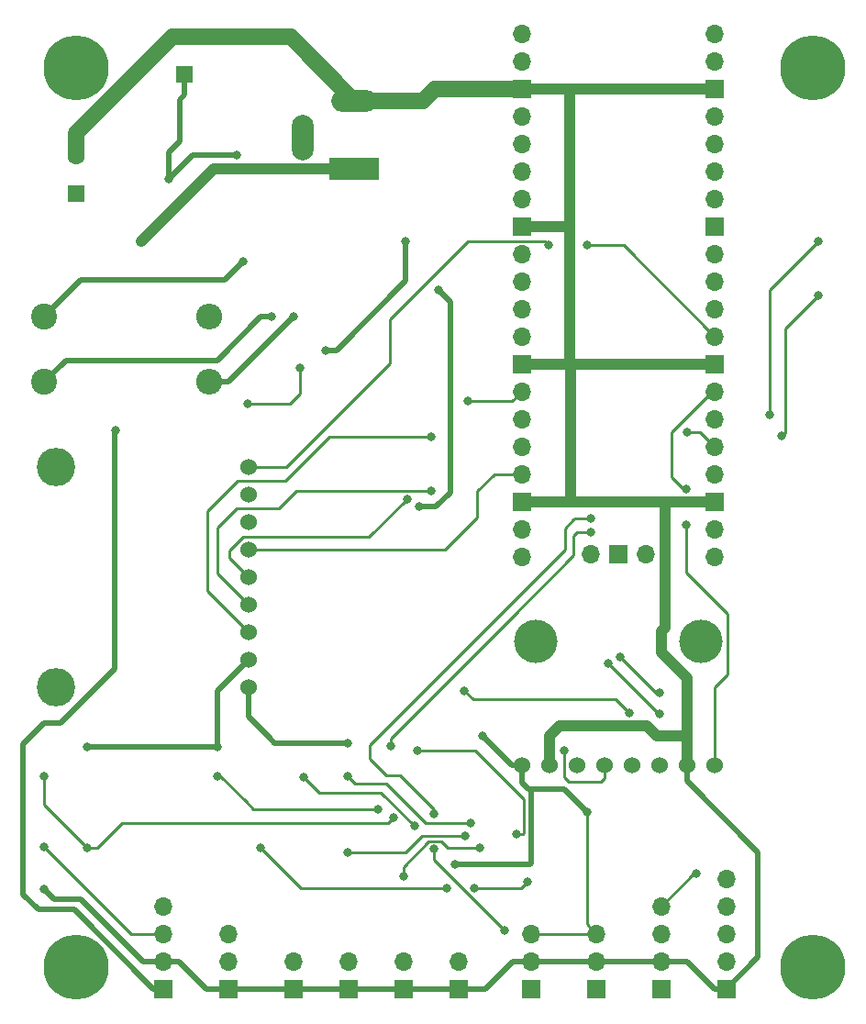
<source format=gbr>
%TF.GenerationSoftware,KiCad,Pcbnew,(6.0.5)*%
%TF.CreationDate,2022-08-14T01:36:17-04:00*%
%TF.ProjectId,RICM Greenpower Telemetry Module,5249434d-2047-4726-9565-6e706f776572,rev?*%
%TF.SameCoordinates,Original*%
%TF.FileFunction,Copper,L2,Bot*%
%TF.FilePolarity,Positive*%
%FSLAX46Y46*%
G04 Gerber Fmt 4.6, Leading zero omitted, Abs format (unit mm)*
G04 Created by KiCad (PCBNEW (6.0.5)) date 2022-08-14 01:36:17*
%MOMM*%
%LPD*%
G01*
G04 APERTURE LIST*
%TA.AperFunction,ComponentPad*%
%ADD10R,1.700000X1.700000*%
%TD*%
%TA.AperFunction,ComponentPad*%
%ADD11O,1.700000X1.700000*%
%TD*%
%TA.AperFunction,ComponentPad*%
%ADD12C,2.400000*%
%TD*%
%TA.AperFunction,ComponentPad*%
%ADD13O,2.400000X2.400000*%
%TD*%
%TA.AperFunction,ComponentPad*%
%ADD14R,1.600000X1.600000*%
%TD*%
%TA.AperFunction,ComponentPad*%
%ADD15C,1.600000*%
%TD*%
%TA.AperFunction,ComponentPad*%
%ADD16R,4.600000X2.000000*%
%TD*%
%TA.AperFunction,ComponentPad*%
%ADD17O,4.200000X2.000000*%
%TD*%
%TA.AperFunction,ComponentPad*%
%ADD18O,2.000000X4.200000*%
%TD*%
%TA.AperFunction,ComponentPad*%
%ADD19C,4.000000*%
%TD*%
%TA.AperFunction,ComponentPad*%
%ADD20C,1.524000*%
%TD*%
%TA.AperFunction,ComponentPad*%
%ADD21C,3.540000*%
%TD*%
%TA.AperFunction,ViaPad*%
%ADD22C,0.800000*%
%TD*%
%TA.AperFunction,ViaPad*%
%ADD23C,6.000000*%
%TD*%
%TA.AperFunction,Conductor*%
%ADD24C,0.250000*%
%TD*%
%TA.AperFunction,Conductor*%
%ADD25C,0.500000*%
%TD*%
%TA.AperFunction,Conductor*%
%ADD26C,1.000000*%
%TD*%
%TA.AperFunction,Conductor*%
%ADD27C,1.500000*%
%TD*%
G04 APERTURE END LIST*
D10*
%TO.P,J10,1,Pin_1*%
%TO.N,GND*%
X38000000Y-103000000D03*
D11*
%TO.P,J10,2,Pin_2*%
%TO.N,Net-(J10-Pad2)*%
X38000000Y-100460000D03*
%TD*%
D10*
%TO.P,J5,1,Pin_1*%
%TO.N,SPD_1*%
X60000000Y-103000000D03*
D11*
%TO.P,J5,2,Pin_2*%
%TO.N,GND*%
X60000000Y-100460000D03*
%TO.P,J5,3,Pin_3*%
%TO.N,+3V3*%
X60000000Y-97920000D03*
%TD*%
%TO.P,U3,43,SWDIO*%
%TO.N,unconnected-(U3-Pad43)*%
X70540000Y-62900000D03*
D10*
%TO.P,U3,42,GND*%
%TO.N,unconnected-(U3-Pad42)*%
X68000000Y-62900000D03*
D11*
%TO.P,U3,41,SWCLK*%
%TO.N,unconnected-(U3-Pad41)*%
X65460000Y-62900000D03*
%TO.P,U3,40,VBUS*%
%TO.N,unconnected-(U3-Pad40)*%
X76890000Y-14870000D03*
%TO.P,U3,39,VSYS*%
%TO.N,+5V*%
X76890000Y-17410000D03*
D10*
%TO.P,U3,38,GND*%
%TO.N,GND*%
X76890000Y-19950000D03*
D11*
%TO.P,U3,37,3V3_EN*%
%TO.N,unconnected-(U3-Pad37)*%
X76890000Y-22490000D03*
%TO.P,U3,36,3V3*%
%TO.N,unconnected-(U3-Pad36)*%
X76890000Y-25030000D03*
%TO.P,U3,35,ADC_VREF*%
%TO.N,unconnected-(U3-Pad35)*%
X76890000Y-27570000D03*
%TO.P,U3,34,GPIO28_ADC2*%
%TO.N,unconnected-(U3-Pad34)*%
X76890000Y-30110000D03*
D10*
%TO.P,U3,33,AGND*%
%TO.N,unconnected-(U3-Pad33)*%
X76890000Y-32650000D03*
D11*
%TO.P,U3,32,GPIO27_ADC1*%
%TO.N,unconnected-(U3-Pad32)*%
X76890000Y-35190000D03*
%TO.P,U3,31,GPIO26_ADC0*%
%TO.N,unconnected-(U3-Pad31)*%
X76890000Y-37730000D03*
%TO.P,U3,30,RUN*%
%TO.N,unconnected-(U3-Pad30)*%
X76890000Y-40270000D03*
%TO.P,U3,29,GPIO22*%
%TO.N,SD_DET*%
X76890000Y-42810000D03*
D10*
%TO.P,U3,28,GND*%
%TO.N,GND*%
X76890000Y-45350000D03*
D11*
%TO.P,U3,27,GPIO21*%
%TO.N,ACC_INT*%
X76890000Y-47890000D03*
%TO.P,U3,26,GPIO20*%
%TO.N,SPD_0*%
X76890000Y-50430000D03*
%TO.P,U3,25,GPIO19*%
%TO.N,SPD_1*%
X76890000Y-52970000D03*
%TO.P,U3,24,GPIO18*%
%TO.N,unconnected-(U3-Pad24)*%
X76890000Y-55510000D03*
D10*
%TO.P,U3,23,GND*%
%TO.N,GND*%
X76890000Y-58050000D03*
D11*
%TO.P,U3,22,GPIO17*%
%TO.N,I2C_SCL*%
X76890000Y-60590000D03*
%TO.P,U3,21,GPIO16*%
%TO.N,I2C_SDA*%
X76890000Y-63130000D03*
%TO.P,U3,20,GPIO15*%
%TO.N,I2C0_SCL*%
X59110000Y-63130000D03*
%TO.P,U3,19,GPIO14*%
%TO.N,I2C0_SDA*%
X59110000Y-60590000D03*
D10*
%TO.P,U3,18,GND*%
%TO.N,GND*%
X59110000Y-58050000D03*
D11*
%TO.P,U3,17,GPIO13*%
%TO.N,SD_CS*%
X59110000Y-55510000D03*
%TO.P,U3,16,GPIO12*%
%TO.N,SPI_RX*%
X59110000Y-52970000D03*
%TO.P,U3,15,GPIO11*%
%TO.N,SPI_TX*%
X59110000Y-50430000D03*
%TO.P,U3,14,GPIO10*%
%TO.N,SPI_SCK*%
X59110000Y-47890000D03*
D10*
%TO.P,U3,13,GND*%
%TO.N,GND*%
X59110000Y-45350000D03*
D11*
%TO.P,U3,12,GPIO9*%
%TO.N,Net-(R6-Pad1)*%
X59110000Y-42810000D03*
%TO.P,U3,11,GPIO8*%
%TO.N,Net-(R5-Pad1)*%
X59110000Y-40270000D03*
%TO.P,U3,10,GPIO7*%
%TO.N,Net-(R4-Pad1)*%
X59110000Y-37730000D03*
%TO.P,U3,9,GPIO6*%
%TO.N,Net-(R3-Pad1)*%
X59110000Y-35190000D03*
D10*
%TO.P,U3,8,GND*%
%TO.N,GND*%
X59110000Y-32650000D03*
D11*
%TO.P,U3,7,GPIO5*%
%TO.N,unconnected-(U3-Pad7)*%
X59110000Y-30110000D03*
%TO.P,U3,6,GPIO4*%
%TO.N,unconnected-(U3-Pad6)*%
X59110000Y-27570000D03*
%TO.P,U3,5,GPIO3*%
%TO.N,unconnected-(U3-Pad5)*%
X59110000Y-25030000D03*
%TO.P,U3,4,GPIO2*%
%TO.N,unconnected-(U3-Pad4)*%
X59110000Y-22490000D03*
D10*
%TO.P,U3,3,GND*%
%TO.N,GND*%
X59110000Y-19950000D03*
D11*
%TO.P,U3,2,GPIO1*%
%TO.N,unconnected-(U3-Pad2)*%
X59110000Y-17410000D03*
%TO.P,U3,1,GPIO0*%
%TO.N,unconnected-(U3-Pad1)*%
X59110000Y-14870000D03*
%TD*%
D12*
%TO.P,L1,1,1*%
%TO.N,Net-(L1-Pad1)*%
X15000000Y-41000000D03*
D13*
%TO.P,L1,2,2*%
%TO.N,+5V*%
X30240000Y-41000000D03*
%TD*%
D10*
%TO.P,J9,1,Pin_1*%
%TO.N,+5V*%
X26000000Y-103000000D03*
D11*
%TO.P,J9,2,Pin_2*%
%TO.N,GND*%
X26000000Y-100460000D03*
%TO.P,J9,3,Pin_3*%
%TO.N,Net-(J9-Pad3)*%
X26000000Y-97920000D03*
%TO.P,J9,4,Pin_4*%
%TO.N,Net-(J9-Pad4)*%
X26000000Y-95380000D03*
%TD*%
D12*
%TO.P,L2,1,1*%
%TO.N,Net-(L2-Pad1)*%
X15000000Y-47000000D03*
D13*
%TO.P,L2,2,2*%
%TO.N,+3V3*%
X30240000Y-47000000D03*
%TD*%
D10*
%TO.P,J4,1,Pin_1*%
%TO.N,SPD_0*%
X66000000Y-103000000D03*
D11*
%TO.P,J4,2,Pin_2*%
%TO.N,GND*%
X66000000Y-100460000D03*
%TO.P,J4,3,Pin_3*%
%TO.N,+3V3*%
X66000000Y-97920000D03*
%TD*%
D10*
%TO.P,J8,1,Pin_1*%
%TO.N,GND*%
X53240000Y-103000000D03*
D11*
%TO.P,J8,2,Pin_2*%
%TO.N,THERM_0*%
X53240000Y-100460000D03*
%TD*%
D10*
%TO.P,J3,1,Pin_1*%
%TO.N,GND*%
X78000000Y-103000000D03*
D11*
%TO.P,J3,2,Pin_2*%
%TO.N,Net-(J3-Pad2)*%
X78000000Y-100460000D03*
%TO.P,J3,3,Pin_3*%
%TO.N,Net-(J3-Pad3)*%
X78000000Y-97920000D03*
%TO.P,J3,4,Pin_4*%
%TO.N,Net-(J3-Pad4)*%
X78000000Y-95380000D03*
%TO.P,J3,5,Pin_5*%
%TO.N,Net-(J3-Pad5)*%
X78000000Y-92840000D03*
%TD*%
D14*
%TO.P,C2,1*%
%TO.N,Net-(C1-Pad2)*%
X18000000Y-29652651D03*
D15*
%TO.P,C2,2*%
%TO.N,GND*%
X18000000Y-26152651D03*
%TD*%
D10*
%TO.P,J6,1,Pin_1*%
%TO.N,GND*%
X48160000Y-103000000D03*
D11*
%TO.P,J6,2,Pin_2*%
%TO.N,THERM_1*%
X48160000Y-100460000D03*
%TD*%
D10*
%TO.P,J11,1,Pin_1*%
%TO.N,GND*%
X32000000Y-103000000D03*
D11*
%TO.P,J11,2,Pin_2*%
%TO.N,Net-(J11-Pad2)*%
X32000000Y-100460000D03*
%TO.P,J11,3,Pin_3*%
%TO.N,Net-(J11-Pad3)*%
X32000000Y-97920000D03*
%TD*%
D10*
%TO.P,J2,1,Pin_1*%
%TO.N,+3V3*%
X72000000Y-103000000D03*
D11*
%TO.P,J2,2,Pin_2*%
%TO.N,GND*%
X72000000Y-100460000D03*
%TO.P,J2,3,Pin_3*%
%TO.N,I2C0_SCL*%
X72000000Y-97920000D03*
%TO.P,J2,4,Pin_4*%
%TO.N,I2C0_SDA*%
X72000000Y-95380000D03*
%TD*%
D16*
%TO.P,J1,1*%
%TO.N,Net-(C1-Pad2)*%
X43650000Y-27350000D03*
D17*
%TO.P,J1,2*%
%TO.N,GND*%
X43650000Y-21050000D03*
D18*
%TO.P,J1,3*%
%TO.N,N/C*%
X38850000Y-24450000D03*
%TD*%
D19*
%TO.P,U6,*%
%TO.N,*%
X60380000Y-70920000D03*
X75620000Y-70920000D03*
D20*
%TO.P,U6,1,VCC*%
%TO.N,+3V3*%
X59110000Y-82350000D03*
%TO.P,U6,2,GND*%
%TO.N,GND*%
X61650000Y-82350000D03*
%TO.P,U6,3,SCL*%
%TO.N,I2C_SCL*%
X64190000Y-82350000D03*
%TO.P,U6,4,SDA*%
%TO.N,I2C_SDA*%
X66730000Y-82350000D03*
%TO.P,U6,5,XDA*%
%TO.N,unconnected-(U6-Pad5)*%
X69270000Y-82350000D03*
%TO.P,U6,6,XCL*%
%TO.N,unconnected-(U6-Pad6)*%
X71810000Y-82350000D03*
%TO.P,U6,7,ADO*%
%TO.N,GND*%
X74350000Y-82350000D03*
%TO.P,U6,8,INT*%
%TO.N,ACC_INT*%
X76890000Y-82350000D03*
%TD*%
D21*
%TO.P,U4,*%
%TO.N,*%
X16110000Y-54840000D03*
X16110000Y-75160000D03*
D20*
%TO.P,U4,1,3v*%
%TO.N,+3V3*%
X33890000Y-75160000D03*
%TO.P,U4,2,GND*%
%TO.N,GND*%
X33890000Y-72620000D03*
%TO.P,U4,3,CLK*%
%TO.N,SPI_SCK*%
X33890000Y-70080000D03*
%TO.P,U4,4,SO/D0*%
%TO.N,SPI_RX*%
X33890000Y-67540000D03*
%TO.P,U4,5,SI/CMD*%
%TO.N,SPI_TX*%
X33890000Y-65000000D03*
%TO.P,U4,6,CS/D3*%
%TO.N,SD_CS*%
X33890000Y-62460000D03*
%TO.P,U4,7,D1*%
%TO.N,unconnected-(U4-Pad7)*%
X33890000Y-59920000D03*
%TO.P,U4,8,D2*%
%TO.N,unconnected-(U4-Pad8)*%
X33890000Y-57380000D03*
%TO.P,U4,9,DET*%
%TO.N,SD_DET*%
X33890000Y-54840000D03*
%TD*%
D10*
%TO.P,J7,1,Pin_1*%
%TO.N,GND*%
X43080000Y-103000000D03*
D11*
%TO.P,J7,2,Pin_2*%
%TO.N,THERM_2*%
X43080000Y-100460000D03*
%TD*%
D14*
%TO.P,C7,1*%
%TO.N,+5V*%
X28000000Y-18652651D03*
D15*
%TO.P,C7,2*%
%TO.N,GND*%
X28000000Y-15152651D03*
%TD*%
D22*
%TO.N,+5V*%
X21600000Y-51500000D03*
%TO.N,Net-(J3-Pad4)*%
X86500000Y-39000000D03*
X83100000Y-52000000D03*
%TO.N,Net-(J3-Pad5)*%
X86500000Y-34000000D03*
X82000000Y-50000000D03*
%TO.N,Net-(R24-Pad2)*%
X45800000Y-86400000D03*
X31000000Y-83400000D03*
%TO.N,Net-(R26-Pad2)*%
X59600000Y-93100000D03*
X52200000Y-93700000D03*
X54700000Y-93700000D03*
X35000000Y-90000000D03*
%TO.N,Net-(R19-Pad2)*%
X58600000Y-88700000D03*
X49500000Y-81000000D03*
%TO.N,Net-(R17-Pad2)*%
X47300000Y-87200000D03*
%TO.N,THERM_3*%
X39000000Y-83500000D03*
X49200000Y-88000000D03*
%TO.N,THERM_2*%
X53900000Y-88900000D03*
X43000000Y-90400000D03*
%TO.N,THERM_1*%
X55200000Y-90000000D03*
X48160000Y-92622500D03*
%TO.N,SPD_1*%
X51000000Y-90100000D03*
X57500000Y-97600000D03*
%TO.N,THERM_0*%
X54400000Y-87700000D03*
X43000000Y-83400000D03*
%TO.N,Net-(R17-Pad2)*%
X19000000Y-90000000D03*
X15000000Y-83400000D03*
%TO.N,Net-(J9-Pad3)*%
X15000000Y-89900000D03*
%TO.N,SPD_1*%
X74400000Y-51600000D03*
X65500000Y-59600000D03*
X51000000Y-86900000D03*
%TO.N,SPD_0*%
X65500000Y-60900000D03*
X47000000Y-80600000D03*
%TO.N,+3V3*%
X43000000Y-80300000D03*
%TO.N,SPI_SCK*%
X50700000Y-52100000D03*
X54100000Y-48800000D03*
%TO.N,SPI_RX*%
X50700000Y-57100000D03*
%TO.N,SPI_TX*%
X48500000Y-57800000D03*
%TO.N,+3V3*%
X49600000Y-58500000D03*
X51400000Y-38500000D03*
%TO.N,I2C_SCL*%
X53800000Y-75500000D03*
X69000000Y-77540000D03*
%TO.N,I2C_SDA*%
X63000000Y-81000000D03*
%TO.N,+3V3*%
X52900000Y-91500000D03*
X55500000Y-79700000D03*
%TO.N,GND*%
X31000000Y-80700000D03*
X19000000Y-80700000D03*
X15000000Y-93800000D03*
%TO.N,+3V3*%
X65125000Y-86725000D03*
%TO.N,I2C0_SDA*%
X75200000Y-92400000D03*
X68200000Y-72400000D03*
X71800000Y-75700000D03*
%TO.N,I2C0_SCL*%
X71800000Y-77600000D03*
X67100000Y-73000000D03*
%TO.N,SD_DET*%
X65100000Y-34400000D03*
X61600000Y-34400000D03*
%TO.N,ACC_INT*%
X74300000Y-56900000D03*
X74300000Y-60200000D03*
%TO.N,+5V*%
X32800000Y-26100000D03*
X26500000Y-28300000D03*
%TO.N,GND*%
X48400000Y-34000000D03*
X41000000Y-44100000D03*
%TO.N,Net-(L1-Pad1)*%
X33400000Y-35900000D03*
%TO.N,Net-(C3-Pad2)*%
X33800000Y-49000000D03*
X38600000Y-45700000D03*
%TO.N,Net-(L2-Pad1)*%
X36000000Y-41000000D03*
%TO.N,+3V3*%
X38000000Y-41000000D03*
%TO.N,Net-(C1-Pad2)*%
X24000000Y-34000000D03*
D23*
%TO.N,*%
X86000000Y-18000000D03*
X86000000Y-101000000D03*
X18000000Y-18000000D03*
X18000000Y-101000000D03*
%TD*%
D24*
%TO.N,Net-(R17-Pad2)*%
X46800000Y-87700000D02*
X47300000Y-87200000D01*
X22200000Y-87700000D02*
X46800000Y-87700000D01*
X19900000Y-90000000D02*
X22200000Y-87700000D01*
X19000000Y-90000000D02*
X19900000Y-90000000D01*
D25*
%TO.N,+5V*%
X21500000Y-51600000D02*
X21600000Y-51500000D01*
X21500000Y-73500000D02*
X21500000Y-51600000D01*
X15050000Y-78450000D02*
X16550000Y-78450000D01*
X16550000Y-78450000D02*
X21500000Y-73500000D01*
X13100000Y-94300000D02*
X13100000Y-80400000D01*
X13100000Y-80400000D02*
X15050000Y-78450000D01*
X25100000Y-103000000D02*
X17800000Y-95700000D01*
X26000000Y-103000000D02*
X25100000Y-103000000D01*
X17800000Y-95700000D02*
X14500000Y-95700000D01*
X14500000Y-95700000D02*
X13100000Y-94300000D01*
D24*
%TO.N,Net-(J3-Pad4)*%
X83400000Y-42100000D02*
X86500000Y-39000000D01*
X83400000Y-43200000D02*
X83400000Y-42100000D01*
X83400000Y-51700000D02*
X83400000Y-43200000D01*
X83100000Y-52000000D02*
X83400000Y-51700000D01*
%TO.N,Net-(J3-Pad5)*%
X82000000Y-38500000D02*
X86500000Y-34000000D01*
X82000000Y-50000000D02*
X82000000Y-38500000D01*
%TO.N,Net-(R24-Pad2)*%
X44400000Y-86400000D02*
X45800000Y-86400000D01*
%TO.N,THERM_3*%
X40400000Y-84900000D02*
X39000000Y-83500000D01*
X46100000Y-84900000D02*
X40400000Y-84900000D01*
X49200000Y-88000000D02*
X46100000Y-84900000D01*
%TO.N,Net-(R24-Pad2)*%
X34300000Y-86400000D02*
X44400000Y-86400000D01*
X31300000Y-83400000D02*
X33700000Y-85800000D01*
X33700000Y-85800000D02*
X34300000Y-86400000D01*
X31000000Y-83400000D02*
X31300000Y-83400000D01*
%TO.N,Net-(R26-Pad2)*%
X59000000Y-93700000D02*
X59600000Y-93100000D01*
X54700000Y-93700000D02*
X59000000Y-93700000D01*
X35000000Y-90000000D02*
X38700000Y-93700000D01*
X38700000Y-93700000D02*
X52200000Y-93700000D01*
%TO.N,Net-(R19-Pad2)*%
X59200000Y-88700000D02*
X58600000Y-88700000D01*
X59300000Y-88600000D02*
X59200000Y-88700000D01*
X59300000Y-85500000D02*
X59300000Y-88600000D01*
X49500000Y-81000000D02*
X54800000Y-81000000D01*
X54800000Y-81000000D02*
X58600000Y-84800000D01*
X58600000Y-84800000D02*
X59300000Y-85500000D01*
%TO.N,THERM_2*%
X49900000Y-88900000D02*
X53900000Y-88900000D01*
%TO.N,THERM_1*%
X51675489Y-89375489D02*
X52300000Y-90000000D01*
X50524511Y-89375489D02*
X51675489Y-89375489D01*
X48160000Y-91740000D02*
X50524511Y-89375489D01*
X48160000Y-92622500D02*
X48160000Y-91740000D01*
X52300000Y-90000000D02*
X55200000Y-90000000D01*
%TO.N,THERM_2*%
X48400000Y-90400000D02*
X49900000Y-88900000D01*
X43000000Y-90400000D02*
X48400000Y-90400000D01*
%TO.N,+3V3*%
X66000000Y-97920000D02*
X60000000Y-97920000D01*
%TO.N,SPD_1*%
X51000000Y-91100000D02*
X51000000Y-90100000D01*
X57500000Y-97600000D02*
X51000000Y-91100000D01*
D25*
%TO.N,+3V3*%
X59800000Y-84600000D02*
X63000000Y-84600000D01*
X59700000Y-84600000D02*
X59800000Y-84600000D01*
X60000000Y-84800000D02*
X59800000Y-84600000D01*
X59900000Y-91500000D02*
X60000000Y-91400000D01*
X60000000Y-91400000D02*
X60000000Y-84800000D01*
X52900000Y-91500000D02*
X59900000Y-91500000D01*
D24*
%TO.N,THERM_0*%
X50200000Y-87700000D02*
X54400000Y-87700000D01*
X46600000Y-84100000D02*
X50200000Y-87700000D01*
X43000000Y-83400000D02*
X43700000Y-84100000D01*
X43700000Y-84100000D02*
X46600000Y-84100000D01*
%TO.N,Net-(R17-Pad2)*%
X15000000Y-86000000D02*
X19000000Y-90000000D01*
X15000000Y-83400000D02*
X15000000Y-86000000D01*
%TO.N,Net-(J9-Pad3)*%
X15000000Y-89900000D02*
X23020000Y-97920000D01*
X23020000Y-97920000D02*
X26000000Y-97920000D01*
%TO.N,SPD_1*%
X74400000Y-51600000D02*
X75520000Y-51600000D01*
X75520000Y-51600000D02*
X76890000Y-52970000D01*
%TO.N,ACC_INT*%
X72900000Y-55800000D02*
X72900000Y-51600000D01*
X76610000Y-47890000D02*
X76890000Y-47890000D01*
X74000000Y-56900000D02*
X72900000Y-55800000D01*
X74300000Y-56900000D02*
X74000000Y-56900000D01*
X72900000Y-51600000D02*
X76610000Y-47890000D01*
%TO.N,SPD_1*%
X64000000Y-59600000D02*
X65500000Y-59600000D01*
X63100000Y-60500000D02*
X63900000Y-59700000D01*
X63100000Y-62500000D02*
X63100000Y-61200000D01*
X49900000Y-75700000D02*
X63100000Y-62500000D01*
X63100000Y-61200000D02*
X63100000Y-60500000D01*
X45100000Y-80500000D02*
X49900000Y-75700000D01*
X63900000Y-59700000D02*
X64000000Y-59600000D01*
X45100000Y-81800000D02*
X45100000Y-80500000D01*
X46700000Y-83300000D02*
X46600000Y-83300000D01*
X47900000Y-83300000D02*
X46700000Y-83300000D01*
X51000000Y-86400000D02*
X48400000Y-83800000D01*
X51000000Y-86900000D02*
X51000000Y-86400000D01*
X48400000Y-83800000D02*
X47900000Y-83300000D01*
X46600000Y-83300000D02*
X45100000Y-81800000D01*
%TO.N,SPD_0*%
X64200000Y-60900000D02*
X65500000Y-60900000D01*
X63900000Y-61200000D02*
X64200000Y-60900000D01*
X63900000Y-63000000D02*
X63900000Y-61200000D01*
X47000000Y-79900000D02*
X58000000Y-68900000D01*
X47000000Y-80600000D02*
X47000000Y-79900000D01*
X58000000Y-68900000D02*
X63900000Y-63000000D01*
D25*
%TO.N,+3V3*%
X36300000Y-80300000D02*
X43000000Y-80300000D01*
X33890000Y-77890000D02*
X35800000Y-79800000D01*
X35800000Y-79800000D02*
X36300000Y-80300000D01*
X33890000Y-75160000D02*
X33890000Y-77890000D01*
%TO.N,GND*%
X31000000Y-75510000D02*
X33890000Y-72620000D01*
X31000000Y-80700000D02*
X31000000Y-75510000D01*
D24*
%TO.N,SPI_RX*%
X38324511Y-57075489D02*
X50675489Y-57075489D01*
X50675489Y-57075489D02*
X50700000Y-57100000D01*
X31025000Y-60475000D02*
X32800000Y-58700000D01*
X32800000Y-58700000D02*
X36700000Y-58700000D01*
X36700000Y-58700000D02*
X38324511Y-57075489D01*
X31025000Y-64675000D02*
X31025000Y-60475000D01*
X33890000Y-67540000D02*
X31025000Y-64675000D01*
%TO.N,SPI_SCK*%
X30100000Y-66290000D02*
X33890000Y-70080000D01*
X30100000Y-58900000D02*
X30100000Y-66290000D01*
X41300000Y-52100000D02*
X37300000Y-56100000D01*
X37300000Y-56100000D02*
X32900000Y-56100000D01*
X32900000Y-56100000D02*
X30100000Y-58900000D01*
X50700000Y-52100000D02*
X41300000Y-52100000D01*
X58200000Y-48800000D02*
X54100000Y-48800000D01*
X59110000Y-47890000D02*
X58200000Y-48800000D01*
%TO.N,SPI_TX*%
X33400000Y-61300000D02*
X35200000Y-61300000D01*
X32100000Y-62600000D02*
X33400000Y-61300000D01*
X45000000Y-61300000D02*
X48500000Y-57800000D01*
X32100000Y-63210000D02*
X32100000Y-62600000D01*
X35200000Y-61300000D02*
X45000000Y-61300000D01*
X33890000Y-65000000D02*
X32100000Y-63210000D01*
%TO.N,SD_CS*%
X55000000Y-57100000D02*
X56590000Y-55510000D01*
X55000000Y-59500000D02*
X55000000Y-57100000D01*
X52040000Y-62460000D02*
X55000000Y-59500000D01*
X33890000Y-62460000D02*
X52040000Y-62460000D01*
X56590000Y-55510000D02*
X59110000Y-55510000D01*
D25*
%TO.N,+3V3*%
X51200000Y-58500000D02*
X51000000Y-58500000D01*
X51000000Y-58500000D02*
X49600000Y-58500000D01*
X52500000Y-57200000D02*
X51200000Y-58500000D01*
X52500000Y-39600000D02*
X52500000Y-57200000D01*
X51400000Y-38500000D02*
X52500000Y-39600000D01*
D24*
%TO.N,I2C_SCL*%
X54600000Y-76300000D02*
X67760000Y-76300000D01*
X67760000Y-76300000D02*
X69000000Y-77540000D01*
X53800000Y-75500000D02*
X54600000Y-76300000D01*
%TO.N,I2C_SDA*%
X66400000Y-83900000D02*
X66730000Y-83570000D01*
X66730000Y-83570000D02*
X66730000Y-82350000D01*
X63400000Y-83900000D02*
X66400000Y-83900000D01*
X63000000Y-83500000D02*
X63400000Y-83900000D01*
X63000000Y-81000000D02*
X63000000Y-83500000D01*
D26*
%TO.N,GND*%
X62600489Y-78699511D02*
X70599511Y-78699511D01*
X70599511Y-78699511D02*
X71550000Y-79650000D01*
X61650000Y-79650000D02*
X62600489Y-78699511D01*
X71550000Y-79650000D02*
X74350000Y-79650000D01*
X61650000Y-82350000D02*
X61650000Y-79650000D01*
D25*
%TO.N,+3V3*%
X63000000Y-84600000D02*
X65125000Y-86725000D01*
X59110000Y-84010000D02*
X59700000Y-84600000D01*
X59110000Y-82350000D02*
X59110000Y-84010000D01*
X55500000Y-79700000D02*
X58150000Y-82350000D01*
X58150000Y-82350000D02*
X59110000Y-82350000D01*
%TO.N,GND*%
X19000000Y-80700000D02*
X31000000Y-80700000D01*
X16900000Y-94700000D02*
X15900000Y-94700000D01*
X15900000Y-94700000D02*
X15000000Y-93800000D01*
X18400000Y-94700000D02*
X16900000Y-94700000D01*
X21200000Y-97500000D02*
X18400000Y-94700000D01*
X24160000Y-100460000D02*
X21200000Y-97500000D01*
X26000000Y-100460000D02*
X24160000Y-100460000D01*
X30000000Y-103000000D02*
X32000000Y-103000000D01*
X27460000Y-100460000D02*
X30000000Y-103000000D01*
X26000000Y-100460000D02*
X27460000Y-100460000D01*
X32000000Y-103000000D02*
X38000000Y-103000000D01*
X38000000Y-103000000D02*
X43080000Y-103000000D01*
X43080000Y-103000000D02*
X48160000Y-103000000D01*
X53240000Y-103000000D02*
X48160000Y-103000000D01*
X55700000Y-103000000D02*
X53240000Y-103000000D01*
X58240000Y-100460000D02*
X55700000Y-103000000D01*
X60000000Y-100460000D02*
X58240000Y-100460000D01*
X60000000Y-100460000D02*
X66000000Y-100460000D01*
X66000000Y-100460000D02*
X72000000Y-100460000D01*
X76900000Y-103000000D02*
X74360000Y-100460000D01*
X74360000Y-100460000D02*
X72000000Y-100460000D01*
X78000000Y-103000000D02*
X76900000Y-103000000D01*
X80900000Y-100100000D02*
X78000000Y-103000000D01*
X80900000Y-90400000D02*
X80900000Y-100100000D01*
X74350000Y-82350000D02*
X74350000Y-83850000D01*
X74350000Y-83850000D02*
X80900000Y-90400000D01*
D24*
%TO.N,+3V3*%
X65125000Y-97045000D02*
X66000000Y-97920000D01*
X65125000Y-86725000D02*
X65125000Y-97045000D01*
%TO.N,I2C0_SDA*%
X75200000Y-92400000D02*
X74980000Y-92400000D01*
X74980000Y-92400000D02*
X72000000Y-95380000D01*
X71500000Y-75700000D02*
X71800000Y-75700000D01*
X68200000Y-72400000D02*
X71500000Y-75700000D01*
%TO.N,I2C0_SCL*%
X67100000Y-73000000D02*
X71700000Y-77600000D01*
X71700000Y-77600000D02*
X71800000Y-77600000D01*
%TO.N,SD_DET*%
X68480000Y-34400000D02*
X76890000Y-42810000D01*
X59884511Y-34015489D02*
X61215489Y-34015489D01*
X65100000Y-34400000D02*
X68480000Y-34400000D01*
X54084511Y-34015489D02*
X59884511Y-34015489D01*
X61215489Y-34015489D02*
X61600000Y-34400000D01*
D26*
%TO.N,GND*%
X63450000Y-32650000D02*
X63550000Y-32750000D01*
X59110000Y-32650000D02*
X63450000Y-32650000D01*
X63550000Y-32750000D02*
X63550000Y-45250000D01*
X63550000Y-19950000D02*
X63550000Y-32750000D01*
X63650000Y-45350000D02*
X63650000Y-58050000D01*
X63650000Y-58050000D02*
X72350000Y-58050000D01*
X62050000Y-58050000D02*
X63650000Y-58050000D01*
X63550000Y-45250000D02*
X63650000Y-45350000D01*
X63550000Y-19950000D02*
X76890000Y-19950000D01*
X62050000Y-19950000D02*
X63550000Y-19950000D01*
X62350000Y-45350000D02*
X63650000Y-45350000D01*
X63650000Y-45350000D02*
X76890000Y-45350000D01*
D24*
%TO.N,SD_DET*%
X46900000Y-41200000D02*
X54084511Y-34015489D01*
X43900000Y-48300000D02*
X46900000Y-45300000D01*
X37360000Y-54840000D02*
X43900000Y-48300000D01*
X46900000Y-45300000D02*
X46900000Y-41200000D01*
X33890000Y-54840000D02*
X37360000Y-54840000D01*
%TO.N,ACC_INT*%
X75700000Y-66000000D02*
X74300000Y-64600000D01*
X78100000Y-68900000D02*
X78100000Y-68400000D01*
X78100000Y-68400000D02*
X75700000Y-66000000D01*
X74300000Y-64600000D02*
X74300000Y-60200000D01*
X78100000Y-74000000D02*
X78100000Y-68900000D01*
X76890000Y-75210000D02*
X78100000Y-74000000D01*
X76890000Y-82350000D02*
X76890000Y-75210000D01*
D26*
%TO.N,GND*%
X72350000Y-69650000D02*
X72000000Y-70000000D01*
X72350000Y-58050000D02*
X72350000Y-69650000D01*
X72350000Y-58050000D02*
X73950000Y-58050000D01*
D25*
%TO.N,+5V*%
X28000000Y-20500000D02*
X28000000Y-18652651D01*
X27500000Y-24800000D02*
X27500000Y-21000000D01*
X26500000Y-25800000D02*
X27500000Y-24800000D01*
X27500000Y-21000000D02*
X28000000Y-20500000D01*
X26500000Y-28300000D02*
X26500000Y-25800000D01*
X28700000Y-26100000D02*
X32800000Y-26100000D01*
X26500000Y-28300000D02*
X28700000Y-26100000D01*
%TO.N,GND*%
X48400000Y-37700000D02*
X48400000Y-34000000D01*
X42000000Y-44100000D02*
X48400000Y-37700000D01*
X41000000Y-44100000D02*
X42000000Y-44100000D01*
%TO.N,Net-(L1-Pad1)*%
X31700000Y-37600000D02*
X33400000Y-35900000D01*
X18400000Y-37600000D02*
X31700000Y-37600000D01*
X15000000Y-41000000D02*
X18400000Y-37600000D01*
D24*
%TO.N,Net-(C3-Pad2)*%
X37700000Y-49000000D02*
X33800000Y-49000000D01*
X38600000Y-45700000D02*
X38600000Y-48100000D01*
X38600000Y-48100000D02*
X37700000Y-49000000D01*
D25*
%TO.N,Net-(L2-Pad1)*%
X31000000Y-45000000D02*
X17000000Y-45000000D01*
X35000000Y-41000000D02*
X31000000Y-45000000D01*
X17000000Y-45000000D02*
X15000000Y-47000000D01*
X36000000Y-41000000D02*
X35000000Y-41000000D01*
%TO.N,+3V3*%
X32000000Y-47000000D02*
X38000000Y-41000000D01*
X30240000Y-47000000D02*
X32000000Y-47000000D01*
D26*
%TO.N,GND*%
X74350000Y-79650000D02*
X74350000Y-82350000D01*
X74350000Y-74350000D02*
X74350000Y-79650000D01*
X72000000Y-72000000D02*
X74350000Y-74350000D01*
X72000000Y-70000000D02*
X72000000Y-72000000D01*
X73950000Y-58050000D02*
X76890000Y-58050000D01*
X60950000Y-58050000D02*
X62050000Y-58050000D01*
X59110000Y-58050000D02*
X60950000Y-58050000D01*
X59110000Y-45350000D02*
X62350000Y-45350000D01*
X62000000Y-20000000D02*
X62050000Y-19950000D01*
X61950000Y-19950000D02*
X59110000Y-19950000D01*
X62000000Y-20000000D02*
X61950000Y-19950000D01*
%TO.N,Net-(C1-Pad2)*%
X30650000Y-27350000D02*
X43650000Y-27350000D01*
X24000000Y-34000000D02*
X30650000Y-27350000D01*
D27*
%TO.N,GND*%
X51050000Y-19950000D02*
X59110000Y-19950000D01*
X49950000Y-21050000D02*
X51050000Y-19950000D01*
X43650000Y-21050000D02*
X49950000Y-21050000D01*
X37752651Y-15152651D02*
X43650000Y-21050000D01*
X28000000Y-15152651D02*
X37752651Y-15152651D01*
X26847349Y-15152651D02*
X28000000Y-15152651D01*
X18000000Y-24000000D02*
X26847349Y-15152651D01*
X18000000Y-26152651D02*
X18000000Y-24000000D01*
%TD*%
M02*

</source>
